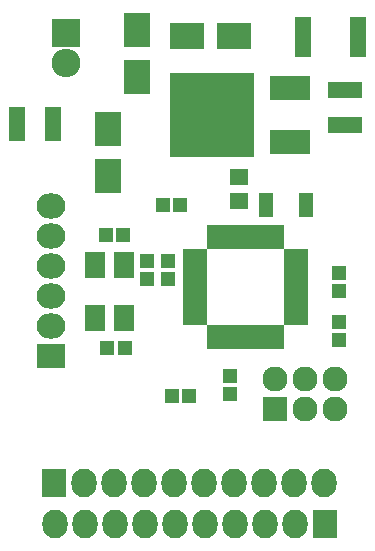
<source format=gts>
G04 #@! TF.FileFunction,Soldermask,Top*
%FSLAX46Y46*%
G04 Gerber Fmt 4.6, Leading zero omitted, Abs format (unit mm)*
G04 Created by KiCad (PCBNEW 4.0.1-3.201512221402+6198~38~ubuntu14.04.1-stable) date Tue 12 Jul 2016 08:06:01 PM PDT*
%MOMM*%
G01*
G04 APERTURE LIST*
%ADD10C,0.100000*%
%ADD11R,2.000000X0.950000*%
%ADD12R,0.950000X2.000000*%
%ADD13R,1.200000X2.100000*%
%ADD14R,1.200000X1.150000*%
%ADD15R,2.900000X1.400000*%
%ADD16R,1.150000X1.200000*%
%ADD17R,1.400000X2.900000*%
%ADD18R,2.200860X2.899360*%
%ADD19R,2.899360X2.200860*%
%ADD20R,1.400000X3.400000*%
%ADD21R,2.432000X2.432000*%
%ADD22O,2.432000X2.432000*%
%ADD23R,2.127200X2.432000*%
%ADD24O,2.127200X2.432000*%
%ADD25R,1.650000X1.400000*%
%ADD26R,3.448000X2.051000*%
%ADD27R,7.100520X7.100520*%
%ADD28R,1.797000X2.305000*%
%ADD29R,2.432000X2.127200*%
%ADD30O,2.432000X2.127200*%
%ADD31R,2.127200X2.127200*%
%ADD32O,2.127200X2.127200*%
G04 APERTURE END LIST*
D10*
D11*
X124197800Y-108401200D03*
X124197800Y-109201200D03*
X124197800Y-110001200D03*
X124197800Y-110801200D03*
X124197800Y-111601200D03*
X124197800Y-112401200D03*
X124197800Y-113201200D03*
X124197800Y-114001200D03*
D12*
X125647800Y-115451200D03*
X126447800Y-115451200D03*
X127247800Y-115451200D03*
X128047800Y-115451200D03*
X128847800Y-115451200D03*
X129647800Y-115451200D03*
X130447800Y-115451200D03*
X131247800Y-115451200D03*
D11*
X132697800Y-114001200D03*
X132697800Y-113201200D03*
X132697800Y-112401200D03*
X132697800Y-111601200D03*
X132697800Y-110801200D03*
X132697800Y-110001200D03*
X132697800Y-109201200D03*
X132697800Y-108401200D03*
D12*
X131247800Y-106951200D03*
X130447800Y-106951200D03*
X129647800Y-106951200D03*
X128847800Y-106951200D03*
X128047800Y-106951200D03*
X127247800Y-106951200D03*
X126447800Y-106951200D03*
X125647800Y-106951200D03*
D13*
X130175000Y-104267000D03*
X133575000Y-104267000D03*
D14*
X122924000Y-104267000D03*
X121424000Y-104267000D03*
D15*
X136906000Y-94512000D03*
X136906000Y-97512000D03*
D14*
X116610000Y-106807000D03*
X118110000Y-106807000D03*
X118225000Y-116332000D03*
X116725000Y-116332000D03*
D16*
X136398000Y-111494000D03*
X136398000Y-109994000D03*
D17*
X112117000Y-97409000D03*
X109117000Y-97409000D03*
D16*
X121920000Y-110490000D03*
X121920000Y-108990000D03*
X120142000Y-110478000D03*
X120142000Y-108978000D03*
X136398000Y-114185000D03*
X136398000Y-115685000D03*
D18*
X119253000Y-89441020D03*
X119253000Y-93438980D03*
D19*
X127474980Y-89916000D03*
X123477020Y-89916000D03*
D18*
X116840000Y-101820980D03*
X116840000Y-97823020D03*
D20*
X137936000Y-90043000D03*
X133336000Y-90043000D03*
D21*
X113284000Y-89662000D03*
D22*
X113284000Y-92202000D03*
D23*
X112268000Y-127762000D03*
D24*
X114808000Y-127762000D03*
X117348000Y-127762000D03*
X119888000Y-127762000D03*
X122428000Y-127762000D03*
X124968000Y-127762000D03*
X127508000Y-127762000D03*
X130048000Y-127762000D03*
X132588000Y-127762000D03*
X135128000Y-127762000D03*
D23*
X135153400Y-131216400D03*
D24*
X132613400Y-131216400D03*
X130073400Y-131216400D03*
X127533400Y-131216400D03*
X124993400Y-131216400D03*
X122453400Y-131216400D03*
X119913400Y-131216400D03*
X117373400Y-131216400D03*
X114833400Y-131216400D03*
X112293400Y-131216400D03*
D14*
X122186000Y-120396000D03*
X123686000Y-120396000D03*
D25*
X127889000Y-101870000D03*
X127889000Y-103870000D03*
D16*
X127127000Y-118745000D03*
X127127000Y-120245000D03*
D26*
X132252720Y-98948240D03*
D27*
X125603000Y-96647000D03*
D26*
X132252720Y-94345760D03*
D28*
X118186200Y-113792000D03*
X118186200Y-109321600D03*
X115697000Y-113792000D03*
X115697000Y-109321600D03*
D29*
X111988600Y-116992400D03*
D30*
X111988600Y-114452400D03*
X111988600Y-111912400D03*
X111988600Y-109372400D03*
X111988600Y-106832400D03*
X111988600Y-104292400D03*
D31*
X130937000Y-121539000D03*
D32*
X130937000Y-118999000D03*
X133477000Y-121539000D03*
X133477000Y-118999000D03*
X136017000Y-121539000D03*
X136017000Y-118999000D03*
M02*

</source>
